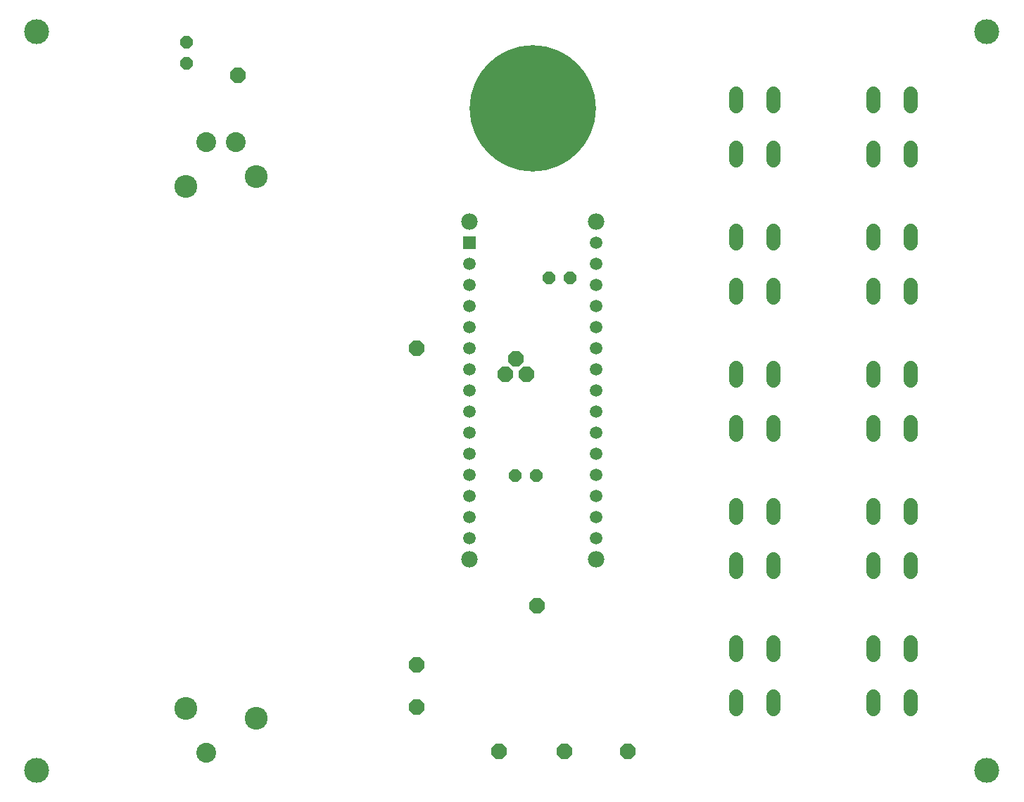
<source format=gbr>
G04 EAGLE Gerber RS-274X export*
G75*
%MOMM*%
%FSLAX34Y34*%
%LPD*%
%INSoldermask Top*%
%IPPOS*%
%AMOC8*
5,1,8,0,0,1.08239X$1,22.5*%
G01*
%ADD10C,15.203200*%
%ADD11C,1.981200*%
%ADD12R,1.511200X1.511200*%
%ADD13C,1.511200*%
%ADD14P,1.951982X8X202.500000*%
%ADD15P,1.649562X8X292.500000*%
%ADD16P,1.951982X8X292.500000*%
%ADD17P,2.034460X8X22.500000*%
%ADD18P,1.649562X8X202.500000*%
%ADD19C,1.727200*%
%ADD20C,2.753200*%
%ADD21C,2.387600*%
%ADD22P,1.951982X8X22.500000*%
%ADD23C,3.003200*%


D10*
X660000Y860000D03*
D11*
X584200Y723900D03*
D12*
X584200Y698500D03*
D13*
X584200Y673100D03*
X584200Y647700D03*
X584200Y622300D03*
X584200Y596900D03*
X584200Y571500D03*
X584200Y546100D03*
X584200Y520700D03*
X584200Y495300D03*
X584200Y469900D03*
X584200Y444500D03*
X584200Y419100D03*
X584200Y393700D03*
X584200Y368300D03*
X584200Y342900D03*
X736600Y342900D03*
X736600Y368300D03*
X736600Y393700D03*
X736600Y419100D03*
X736600Y444500D03*
X736600Y469900D03*
X736600Y495300D03*
X736600Y520700D03*
X736600Y546100D03*
X736600Y571500D03*
X736600Y596900D03*
X736600Y622300D03*
X736600Y647700D03*
X736600Y673100D03*
X736600Y698500D03*
D11*
X736600Y723900D03*
X736600Y317500D03*
X584200Y317500D03*
D14*
X520700Y190500D03*
X665227Y261557D03*
X698500Y86600D03*
D15*
X243200Y939800D03*
X243200Y914400D03*
D14*
X305000Y900000D03*
X520700Y571500D03*
X774700Y86600D03*
D16*
X520700Y139700D03*
D17*
X652700Y540000D03*
X640000Y559050D03*
X627300Y540000D03*
D18*
X664553Y418667D03*
X639153Y418667D03*
X705066Y656271D03*
X679666Y656271D03*
D19*
X949706Y863092D02*
X949706Y878332D01*
X904494Y878332D02*
X904494Y863092D01*
X949706Y813308D02*
X949706Y798068D01*
X904494Y798068D02*
X904494Y813308D01*
X1114806Y863092D02*
X1114806Y878332D01*
X1069594Y878332D02*
X1069594Y863092D01*
X1114806Y813308D02*
X1114806Y798068D01*
X1069594Y798068D02*
X1069594Y813308D01*
X949706Y217932D02*
X949706Y202692D01*
X904494Y202692D02*
X904494Y217932D01*
X949706Y152908D02*
X949706Y137668D01*
X904494Y137668D02*
X904494Y152908D01*
X1114806Y202692D02*
X1114806Y217932D01*
X1069594Y217932D02*
X1069594Y202692D01*
X1114806Y152908D02*
X1114806Y137668D01*
X1069594Y137668D02*
X1069594Y152908D01*
X949706Y367792D02*
X949706Y383032D01*
X904494Y383032D02*
X904494Y367792D01*
X949706Y318008D02*
X949706Y302768D01*
X904494Y302768D02*
X904494Y318008D01*
X1114806Y367792D02*
X1114806Y383032D01*
X1069594Y383032D02*
X1069594Y367792D01*
X1114806Y318008D02*
X1114806Y302768D01*
X1069594Y302768D02*
X1069594Y318008D01*
X949706Y532892D02*
X949706Y548132D01*
X904494Y548132D02*
X904494Y532892D01*
X949706Y483108D02*
X949706Y467868D01*
X904494Y467868D02*
X904494Y483108D01*
X1114806Y532892D02*
X1114806Y548132D01*
X1069594Y548132D02*
X1069594Y532892D01*
X1114806Y483108D02*
X1114806Y467868D01*
X1069594Y467868D02*
X1069594Y483108D01*
X949706Y697992D02*
X949706Y713232D01*
X904494Y713232D02*
X904494Y697992D01*
X949706Y648208D02*
X949706Y632968D01*
X904494Y632968D02*
X904494Y648208D01*
X1114806Y697992D02*
X1114806Y713232D01*
X1069594Y713232D02*
X1069594Y697992D01*
X1114806Y648208D02*
X1114806Y632968D01*
X1069594Y632968D02*
X1069594Y648208D01*
D20*
X243000Y766400D03*
X243000Y138363D03*
X327000Y778400D03*
X327000Y126363D03*
D21*
X267500Y84863D03*
X267500Y819900D03*
X302500Y819900D03*
D22*
X619728Y86170D03*
D23*
X63500Y952500D03*
X63500Y63500D03*
X1206500Y952500D03*
X1206500Y63500D03*
M02*

</source>
